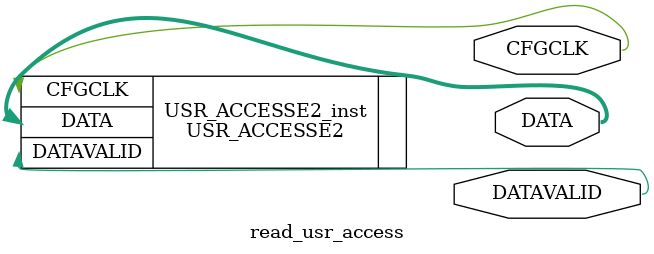
<source format=v>

`default_nettype none

module axi_gpio_parameters  #(
  parameter PROCCESSING_DELAY_MAX = 50000000, // 50 us
  parameter C_S_AXI_DATA_WIDTH = 32,
  parameter NUM_OF_WRITE_REGISTERS = 3,
  parameter NUM_OF_READ_REGISTERS = 0,
  parameter C_S_AXI_ADDR_WIDTH = $clog2((NUM_OF_WRITE_REGISTERS + NUM_OF_READ_REGISTERS) * (C_S_AXI_DATA_WIDTH / 8)),
  parameter TIMESTAMP_WIDTH = 72
) (
  // clock, negative-reset
  input  wire clk,
  input  wire rstn,

  // AXI4-Lite
  input  wire [C_S_AXI_ADDR_WIDTH-1:0]     S_AXI_AWADDR,
  input  wire [2:0]                        S_AXI_AWPROT,
  input  wire                              S_AXI_AWVALID,
  output wire                              S_AXI_AWREADY,
  input  wire [C_S_AXI_DATA_WIDTH-1:0]     S_AXI_WDATA,
  input  wire [(C_S_AXI_DATA_WIDTH/8)-1:0] S_AXI_WSTRB,
  input  wire                              S_AXI_WVALID,
  output wire                              S_AXI_WREADY,
  output wire [1:0]                        S_AXI_BRESP,
  output wire                              S_AXI_BVALID,
  input  wire                              S_AXI_BREADY,
  input  wire [C_S_AXI_ADDR_WIDTH-1:0]     S_AXI_ARADDR,
  input  wire [2:0]                        S_AXI_ARPROT,
  input  wire                              S_AXI_ARVALID,
  output wire                              S_AXI_ARREADY,
  output wire [C_S_AXI_DATA_WIDTH-1:0]     S_AXI_RDATA,
  output wire [1:0]                        S_AXI_RRESP,
  output wire                              S_AXI_RVALID,
  input  wire                              S_AXI_RREADY,

  // Transmission Selection Timer input
  output  wire [TIMESTAMP_WIDTH-1:0] processing_delay_max
);

  wire [(C_S_AXI_DATA_WIDTH*NUM_OF_WRITE_REGISTERS)-1:0] init_write_val;
  wire [(C_S_AXI_DATA_WIDTH*NUM_OF_WRITE_REGISTERS)-1:0] write_val;
  wire [(C_S_AXI_DATA_WIDTH*NUM_OF_READ_REGISTERS)-1:0]  read_val;
  wire [31:0] usr_access;

  generate
    if (NUM_OF_WRITE_REGISTERS > 0) begin
      assign init_write_val[C_S_AXI_DATA_WIDTH*0+31:C_S_AXI_DATA_WIDTH*0] = PROCCESSING_DELAY_MAX;
      assign init_write_val[C_S_AXI_DATA_WIDTH*1+31:C_S_AXI_DATA_WIDTH*1] = 32'd0;
      assign init_write_val[C_S_AXI_DATA_WIDTH*2+31:C_S_AXI_DATA_WIDTH*2] = 32'd0;
    end else begin
      assign init_write_val = 0;
    end

    assign processing_delay_max = write_val;
  endgenerate

  assign read_val = usr_access;


  //-------------------------
  // USR_ACCESS read module
  //-------------------------
  generate
    if (NUM_OF_READ_REGISTERS > 0) begin
      read_usr_access read_usr_access_inst (
        .CFGCLK(),
        .DATA(usr_access),
        .DATAVALID()
      );
    end else begin
      assign usr_access = 0;
    end
  endgenerate

  //-------------------------
  // AXI4-Lite Slave module
  //-------------------------
  axi4_lite_slave2 #(
    .C_S_AXI_DATA_WIDTH(C_S_AXI_DATA_WIDTH),
    .NUM_OF_WRITE_REGISTERS(NUM_OF_WRITE_REGISTERS),
    .NUM_OF_READ_REGISTERS(NUM_OF_READ_REGISTERS),
    .C_S_AXI_ADDR_WIDTH(C_S_AXI_ADDR_WIDTH)
  ) axi4_lite_slave_i (
    clk,
    rstn,
    S_AXI_AWADDR,
    S_AXI_AWPROT,
    S_AXI_AWVALID,
    S_AXI_AWREADY,
    S_AXI_WDATA,
    S_AXI_WSTRB,
    S_AXI_WVALID,
    S_AXI_WREADY,
    S_AXI_BRESP,
    S_AXI_BVALID,
    S_AXI_BREADY,
    S_AXI_ARADDR,
    S_AXI_ARPROT,
    S_AXI_ARVALID,
    S_AXI_ARREADY,
    S_AXI_RDATA,
    S_AXI_RRESP,
    S_AXI_RVALID,
    S_AXI_RREADY,
    init_write_val,
    write_val,
    read_val
  );

endmodule

module read_usr_access (
    output wire                              CFGCLK,
    output wire [31:0]                       DATA,
    output wire                              DATAVALID
);

USR_ACCESSE2 USR_ACCESSE2_inst (
   .CFGCLK(CFGCLK),       // 1-bit output: Configuration Clock
   .DATA(DATA),           // 32-bit output: Configuration Data reflecting the contents of the AXSS register
   .DATAVALID(DATAVALID)  // 1-bit output: Active-High Data Valid
);

endmodule

`default_nettype wire

</source>
